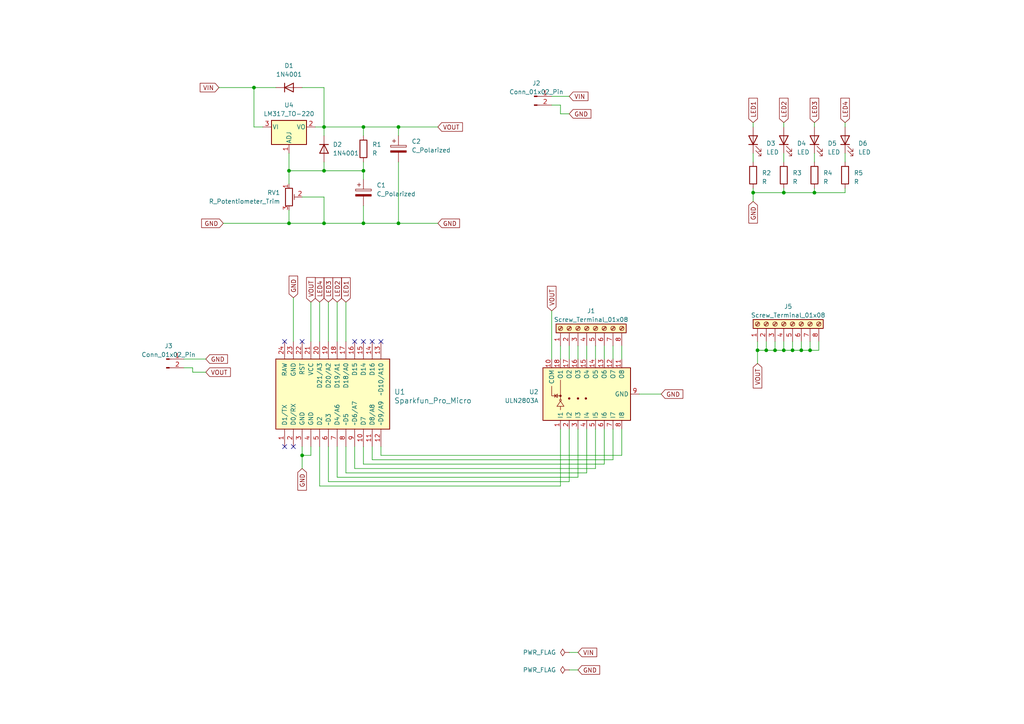
<source format=kicad_sch>
(kicad_sch (version 20230121) (generator eeschema)
  (paper "A4")
  (lib_symbols
    (symbol "Arduino:Sparkfun_Pro_Micro" (pin_names (offset 1.016))
      (property "Reference" "U" (at -8.89 21.59 0))
      (property "Value" "Sparkfun_Pro_Micro" (at 0 19.05 0))
      (symbol "Sparkfun_Pro_Micro_0_1"
        (rectangle (start -10.16 17.78) (end 10.16 -15.24) (stroke (width 0.254)) (fill (type background)))
      )
      (symbol "Sparkfun_Pro_Micro_1_1"
        (pin bidirectional line (at -15.24 15.24 0) (length 5.08) (name "D1/TX") (number "1"))
        (pin bidirectional line (at -15.24 -7.62 0) (length 5.08) (name "D7") (number "10"))
        (pin bidirectional line (at -15.24 -10.16 0) (length 5.08) (name "D8/A8") (number "11"))
        (pin bidirectional line (at -15.24 -12.7 0) (length 5.08) (name "~D9/A9") (number "12"))
        (pin bidirectional line (at 15.24 -12.7 180) (length 5.08) (name "~D10/A10") (number "13"))
        (pin bidirectional line (at 15.24 -10.16 180) (length 5.08) (name "D16") (number "14"))
        (pin bidirectional line (at 15.24 -7.62 180) (length 5.08) (name "D14") (number "15"))
        (pin bidirectional line (at 15.24 -5.08 180) (length 5.08) (name "D15") (number "16"))
        (pin bidirectional line (at 15.24 -2.54 180) (length 5.08) (name "D18/A0") (number "17"))
        (pin bidirectional line (at 15.24 0 180) (length 5.08) (name "D19/A1") (number "18"))
        (pin bidirectional line (at 15.24 2.54 180) (length 5.08) (name "D20/A2") (number "19"))
        (pin bidirectional line (at -15.24 12.7 0) (length 5.08) (name "D0/RX") (number "2"))
        (pin bidirectional line (at 15.24 5.08 180) (length 5.08) (name "D21/A3") (number "20"))
        (pin power_in line (at 15.24 7.62 180) (length 5.08) (name "VCC") (number "21"))
        (pin input line (at 15.24 10.16 180) (length 5.08) (name "RST") (number "22"))
        (pin power_in line (at 15.24 12.7 180) (length 5.08) (name "GND") (number "23"))
        (pin power_in line (at 15.24 15.24 180) (length 5.08) (name "RAW") (number "24"))
        (pin power_in line (at -15.24 10.16 0) (length 5.08) (name "GND") (number "3"))
        (pin power_in line (at -15.24 7.62 0) (length 5.08) (name "GND") (number "4"))
        (pin bidirectional line (at -15.24 5.08 0) (length 5.08) (name "D2") (number "5"))
        (pin bidirectional line (at -15.24 2.54 0) (length 5.08) (name "~D3") (number "6"))
        (pin bidirectional line (at -15.24 0 0) (length 5.08) (name "D4/A6") (number "7"))
        (pin bidirectional line (at -15.24 -2.54 0) (length 5.08) (name "~D5") (number "8"))
        (pin bidirectional line (at -15.24 -5.08 0) (length 5.08) (name "~D6/A7") (number "9"))
      )
    )
    (symbol "Connector:Conn_01x02_Pin" (pin_names (offset 1.016) hide)
      (property "Reference" "J" (at 0 2.54 0))
      (property "Value" "Conn_01x02_Pin" (at 0 -5.08 0))
      (symbol "Conn_01x02_Pin_1_1"
        (polyline (pts (xy 1.27 -2.54) (xy 0.8636 -2.54)) (stroke (width 0.1524)))
        (polyline (pts (xy 1.27 0) (xy 0.8636 0)) (stroke (width 0.1524)))
        (rectangle (start 0.8636 -2.413) (end 0 -2.667) (stroke (width 0.1524)) (fill (type outline)))
        (rectangle (start 0.8636 0.127) (end 0 -0.127) (stroke (width 0.1524)) (fill (type outline)))
        (pin passive line (at 5.08 0 180) (length 3.81) (name "Pin_1") (number "1"))
        (pin passive line (at 5.08 -2.54 180) (length 3.81) (name "Pin_2") (number "2"))
      )
    )
    (symbol "Connector:Screw_Terminal_01x08" (pin_names (offset 1.016) hide)
      (property "Reference" "J" (at 0 10.16 0))
      (property "Value" "Screw_Terminal_01x08" (at 0 -12.7 0))
      (symbol "Screw_Terminal_01x08_1_1"
        (rectangle (start -1.27 8.89) (end 1.27 -11.43) (stroke (width 0.254)) (fill (type background)))
        (circle (center 0 -10.16) (radius 0.635) (stroke (width 0.1524)))
        (circle (center 0 -7.62) (radius 0.635) (stroke (width 0.1524)))
        (circle (center 0 -5.08) (radius 0.635) (stroke (width 0.1524)))
        (circle (center 0 -2.54) (radius 0.635) (stroke (width 0.1524)))
        (polyline (pts (xy -0.5334 -9.8298) (xy 0.3302 -10.668)) (stroke (width 0.1524)))
        (polyline (pts (xy -0.5334 -7.2898) (xy 0.3302 -8.128)) (stroke (width 0.1524)))
        (polyline (pts (xy -0.5334 -4.7498) (xy 0.3302 -5.588)) (stroke (width 0.1524)))
        (polyline (pts (xy -0.5334 -2.2098) (xy 0.3302 -3.048)) (stroke (width 0.1524)))
        (polyline (pts (xy -0.5334 0.3302) (xy 0.3302 -0.508)) (stroke (width 0.1524)))
        (polyline (pts (xy -0.5334 2.8702) (xy 0.3302 2.032)) (stroke (width 0.1524)))
        (polyline (pts (xy -0.5334 5.4102) (xy 0.3302 4.572)) (stroke (width 0.1524)))
        (polyline (pts (xy -0.5334 7.9502) (xy 0.3302 7.112)) (stroke (width 0.1524)))
        (polyline (pts (xy -0.3556 -9.652) (xy 0.508 -10.4902)) (stroke (width 0.1524)))
        (polyline (pts (xy -0.3556 -7.112) (xy 0.508 -7.9502)) (stroke (width 0.1524)))
        (polyline (pts (xy -0.3556 -4.572) (xy 0.508 -5.4102)) (stroke (width 0.1524)))
        (polyline (pts (xy -0.3556 -2.032) (xy 0.508 -2.8702)) (stroke (width 0.1524)))
        (polyline (pts (xy -0.3556 0.508) (xy 0.508 -0.3302)) (stroke (width 0.1524)))
        (polyline (pts (xy -0.3556 3.048) (xy 0.508 2.2098)) (stroke (width 0.1524)))
        (polyline (pts (xy -0.3556 5.588) (xy 0.508 4.7498)) (stroke (width 0.1524)))
        (polyline (pts (xy -0.3556 8.128) (xy 0.508 7.2898)) (stroke (width 0.1524)))
        (circle (center 0 0) (radius 0.635) (stroke (width 0.1524)))
        (circle (center 0 2.54) (radius 0.635) (stroke (width 0.1524)))
        (circle (center 0 5.08) (radius 0.635) (stroke (width 0.1524)))
        (circle (center 0 7.62) (radius 0.635) (stroke (width 0.1524)))
        (pin passive line (at -5.08 7.62 0) (length 3.81) (name "Pin_1") (number "1"))
        (pin passive line (at -5.08 5.08 0) (length 3.81) (name "Pin_2") (number "2"))
        (pin passive line (at -5.08 2.54 0) (length 3.81) (name "Pin_3") (number "3"))
        (pin passive line (at -5.08 0 0) (length 3.81) (name "Pin_4") (number "4"))
        (pin passive line (at -5.08 -2.54 0) (length 3.81) (name "Pin_5") (number "5"))
        (pin passive line (at -5.08 -5.08 0) (length 3.81) (name "Pin_6") (number "6"))
        (pin passive line (at -5.08 -7.62 0) (length 3.81) (name "Pin_7") (number "7"))
        (pin passive line (at -5.08 -10.16 0) (length 3.81) (name "Pin_8") (number "8"))
      )
    )
    (symbol "Device:C_Polarized" (pin_numbers hide) (pin_names (offset 0.254))
      (property "Reference" "C" (at 0.635 2.54 0))
      (property "Value" "C_Polarized" (at 0.635 -2.54 0))
      (symbol "C_Polarized_0_1"
        (rectangle (start -2.286 0.508) (end 2.286 1.016))
        (polyline (pts (xy -1.778 2.286) (xy -0.762 2.286)))
        (polyline (pts (xy -1.27 2.794) (xy -1.27 1.778)))
        (rectangle (start 2.286 -0.508) (end -2.286 -1.016) (fill (type outline)))
      )
      (symbol "C_Polarized_1_1"
        (pin passive line (at 0 3.81 270) (length 2.794) (name "~") (number "1"))
        (pin passive line (at 0 -3.81 90) (length 2.794) (name "~") (number "2"))
      )
    )
    (symbol "Device:LED" (pin_numbers hide) (pin_names (offset 1.016) hide)
      (property "Reference" "D" (at 0 2.54 0))
      (property "Value" "LED" (at 0 -2.54 0))
      (symbol "LED_0_1"
        (polyline (pts (xy -1.27 -1.27) (xy -1.27 1.27)) (stroke (width 0.254)))
        (polyline (pts (xy -1.27 0) (xy 1.27 0)))
        (polyline (pts (xy 1.27 -1.27) (xy 1.27 1.27) (xy -1.27 0) (xy 1.27 -1.27)) (stroke (width 0.254)))
        (polyline (pts (xy -3.048 -0.762) (xy -4.572 -2.286) (xy -3.81 -2.286) (xy -4.572 -2.286) (xy -4.572 -1.524)))
        (polyline (pts (xy -1.778 -0.762) (xy -3.302 -2.286) (xy -2.54 -2.286) (xy -3.302 -2.286) (xy -3.302 -1.524)))
      )
      (symbol "LED_1_1"
        (pin passive line (at -3.81 0 0) (length 2.54) (name "K") (number "1"))
        (pin passive line (at 3.81 0 180) (length 2.54) (name "A") (number "2"))
      )
    )
    (symbol "Device:R" (pin_numbers hide) (pin_names (offset 0))
      (property "Reference" "R" (at 2.032 0 90))
      (property "Value" "R" (at 0 0 90))
      (symbol "R_0_1"
        (rectangle (start -1.016 -2.54) (end 1.016 2.54) (stroke (width 0.254)))
      )
      (symbol "R_1_1"
        (pin passive line (at 0 3.81 270) (length 1.27) (name "~") (number "1"))
        (pin passive line (at 0 -3.81 90) (length 1.27) (name "~") (number "2"))
      )
    )
    (symbol "Device:R_Potentiometer_Trim" (pin_names (offset 1.016) hide)
      (property "Reference" "RV" (at -4.445 0 90))
      (property "Value" "R_Potentiometer_Trim" (at -2.54 0 90))
      (symbol "R_Potentiometer_Trim_0_1"
        (polyline (pts (xy 1.524 0.762) (xy 1.524 -0.762)))
        (polyline (pts (xy 2.54 0) (xy 1.524 0)))
        (rectangle (start 1.016 2.54) (end -1.016 -2.54) (stroke (width 0.254)))
      )
      (symbol "R_Potentiometer_Trim_1_1"
        (pin passive line (at 0 3.81 270) (length 1.27) (name "1") (number "1"))
        (pin passive line (at 3.81 0 180) (length 1.27) (name "2") (number "2"))
        (pin passive line (at 0 -3.81 90) (length 1.27) (name "3") (number "3"))
      )
    )
    (symbol "Diode:1N4001" (pin_numbers hide) (pin_names hide)
      (property "Reference" "D" (at 0 2.54 0))
      (property "Value" "1N4001" (at 0 -2.54 0))
      (symbol "1N4001_0_1"
        (polyline (pts (xy -1.27 1.27) (xy -1.27 -1.27)) (stroke (width 0.254)))
        (polyline (pts (xy 1.27 0) (xy -1.27 0)))
        (polyline (pts (xy 1.27 1.27) (xy 1.27 -1.27) (xy -1.27 0) (xy 1.27 1.27)) (stroke (width 0.254)))
      )
      (symbol "1N4001_1_1"
        (pin passive line (at -3.81 0 0) (length 2.54) (name "K") (number "1"))
        (pin passive line (at 3.81 0 180) (length 2.54) (name "A") (number "2"))
      )
    )
    (symbol "Regulator_Linear:LM317_TO-220" (pin_names (offset 0.254))
      (property "Reference" "U" (at -3.81 3.175 0))
      (property "Value" "LM317_TO-220" (at 0 3.175 0))
      (symbol "LM317_TO-220_0_1"
        (rectangle (start -5.08 1.905) (end 5.08 -5.08) (stroke (width 0.254)) (fill (type background)))
      )
      (symbol "LM317_TO-220_1_1"
        (pin input line (at 0 -7.62 90) (length 2.54) (name "ADJ") (number "1"))
        (pin power_out line (at 7.62 0 180) (length 2.54) (name "VO") (number "2"))
        (pin power_in line (at -7.62 0 0) (length 2.54) (name "VI") (number "3"))
      )
    )
    (symbol "Transistor_Array:ULN2803A"
      (property "Reference" "U" (at 0 13.335 0))
      (property "Value" "ULN2803A" (at 0 11.43 0))
      (symbol "ULN2803A_0_1"
        (rectangle (start -7.62 -15.24) (end 7.62 10.16) (stroke (width 0.254)) (fill (type background)))
        (circle (center -1.778 5.08) (radius 0.254))
        (circle (center -1.27 -2.286) (radius 0.254) (fill (type outline)))
        (circle (center -1.27 0) (radius 0.254) (fill (type outline)))
        (circle (center -1.27 2.54) (radius 0.254) (fill (type outline)))
        (circle (center -0.508 5.08) (radius 0.254) (fill (type outline)))
        (polyline (pts (xy -4.572 5.08) (xy -3.556 5.08)))
        (polyline (pts (xy -1.524 5.08) (xy 4.064 5.08)))
        (polyline (pts (xy 0 6.731) (xy -1.016 6.731)))
        (polyline (pts (xy -0.508 5.08) (xy -0.508 7.62) (xy 2.286 7.62)))
        (polyline (pts (xy -3.556 6.096) (xy -3.556 4.064) (xy -2.032 5.08) (xy -3.556 6.096)))
        (polyline (pts (xy 0 5.969) (xy -1.016 5.969) (xy -0.508 6.731) (xy 0 5.969)))
      )
      (symbol "ULN2803A_1_1"
        (pin input line (at -10.16 5.08 0) (length 2.54) (name "I1") (number "1"))
        (pin passive line (at 10.16 7.62 180) (length 2.54) (name "COM") (number "10"))
        (pin open_collector line (at 10.16 -12.7 180) (length 2.54) (name "O8") (number "11"))
        (pin open_collector line (at 10.16 -10.16 180) (length 2.54) (name "O7") (number "12"))
        (pin open_collector line (at 10.16 -7.62 180) (length 2.54) (name "O6") (number "13"))
        (pin open_collector line (at 10.16 -5.08 180) (length 2.54) (name "O5") (number "14"))
        (pin open_collector line (at 10.16 -2.54 180) (length 2.54) (name "O4") (number "15"))
        (pin open_collector line (at 10.16 0 180) (length 2.54) (name "O3") (number "16"))
        (pin open_collector line (at 10.16 2.54 180) (length 2.54) (name "O2") (number "17"))
        (pin open_collector line (at 10.16 5.08 180) (length 2.54) (name "O1") (number "18"))
        (pin input line (at -10.16 2.54 0) (length 2.54) (name "I2") (number "2"))
        (pin input line (at -10.16 0 0) (length 2.54) (name "I3") (number "3"))
        (pin input line (at -10.16 -2.54 0) (length 2.54) (name "I4") (number "4"))
        (pin input line (at -10.16 -5.08 0) (length 2.54) (name "I5") (number "5"))
        (pin input line (at -10.16 -7.62 0) (length 2.54) (name "I6") (number "6"))
        (pin input line (at -10.16 -10.16 0) (length 2.54) (name "I7") (number "7"))
        (pin input line (at -10.16 -12.7 0) (length 2.54) (name "I8") (number "8"))
        (pin power_in line (at 0 -17.78 90) (length 2.54) (name "GND") (number "9"))
      )
    )
    (symbol "power:PWR_FLAG" (power) (pin_numbers hide) (pin_names (offset 0) hide)
      (property "Value" "PWR_FLAG" (at 0 3.81 0))
      (symbol "PWR_FLAG_0_0"
        (pin power_out line (at 0 0 90) (length 0) (name "pwr") (number "1"))
      )
      (symbol "PWR_FLAG_0_1"
        (polyline (pts (xy 0 0) (xy 0 1.27) (xy -1.016 1.905) (xy 0 2.54) (xy 1.016 1.905) (xy 0 1.27)))
      )
    )
  )
  (junction (at 93.98 49.53))
  (junction (at 105.41 49.53))
  (junction (at 218.44 55.88))
  (junction (at 83.82 49.53))
  (junction (at 229.87 101.6))
  (junction (at 224.79 101.6))
  (junction (at 227.33 55.88))
  (junction (at 115.57 64.77))
  (junction (at 236.22 55.88))
  (junction (at 115.57 36.83))
  (junction (at 93.98 36.83))
  (junction (at 93.98 64.77))
  (junction (at 105.41 64.77))
  (junction (at 83.82 64.77))
  (junction (at 105.41 36.83))
  (junction (at 219.71 101.6))
  (junction (at 234.95 101.6))
  (junction (at 87.63 132.08))
  (junction (at 222.25 101.6))
  (junction (at 227.33 101.6))
  (junction (at 232.41 101.6))
  (junction (at 73.66 25.4))
  (no_connect (at 82.55 129.54))
  (no_connect (at 110.49 99.06))
  (no_connect (at 105.41 99.06))
  (no_connect (at 107.95 99.06))
  (no_connect (at 87.63 99.06))
  (no_connect (at 82.55 99.06))
  (no_connect (at 85.09 129.54))
  (no_connect (at 102.87 99.06))
  (wire (pts (xy 93.98 57.15) (xy 93.98 64.77)))
  (wire (pts (xy 165.1 139.7) (xy 165.1 124.46)))
  (wire (pts (xy 160.02 30.48) (xy 162.56 30.48)))
  (wire (pts (xy 83.82 49.53) (xy 83.82 53.34)))
  (wire (pts (xy 218.44 55.88) (xy 218.44 58.42)))
  (wire (pts (xy 93.98 46.99) (xy 93.98 49.53)))
  (wire (pts (xy 165.1 100.33) (xy 165.1 104.14)))
  (wire (pts (xy 219.71 101.6) (xy 222.25 101.6)))
  (wire (pts (xy 115.57 64.77) (xy 127 64.77)))
  (wire (pts (xy 105.41 36.83) (xy 105.41 39.37)))
  (wire (pts (xy 160.02 90.17) (xy 160.02 104.14)))
  (wire (pts (xy 219.71 99.06) (xy 219.71 101.6)))
  (wire (pts (xy 73.66 36.83) (xy 73.66 25.4)))
  (wire (pts (xy 218.44 44.45) (xy 218.44 46.99)))
  (wire (pts (xy 102.87 129.54) (xy 102.87 135.89)))
  (wire (pts (xy 175.26 100.33) (xy 175.26 104.14)))
  (wire (pts (xy 83.82 64.77) (xy 93.98 64.77)))
  (wire (pts (xy 107.95 133.35) (xy 177.8 133.35)))
  (wire (pts (xy 87.63 25.4) (xy 93.98 25.4)))
  (wire (pts (xy 115.57 64.77) (xy 115.57 46.99)))
  (wire (pts (xy 53.34 106.68) (xy 55.88 106.68)))
  (wire (pts (xy 170.18 137.16) (xy 170.18 124.46)))
  (wire (pts (xy 167.64 100.33) (xy 167.64 104.14)))
  (wire (pts (xy 100.33 87.63) (xy 100.33 99.06)))
  (wire (pts (xy 237.49 99.06) (xy 237.49 101.6)))
  (wire (pts (xy 95.25 87.63) (xy 95.25 99.06)))
  (wire (pts (xy 115.57 36.83) (xy 115.57 39.37)))
  (wire (pts (xy 222.25 101.6) (xy 224.79 101.6)))
  (wire (pts (xy 162.56 30.48) (xy 162.56 33.02)))
  (wire (pts (xy 218.44 35.56) (xy 218.44 36.83)))
  (wire (pts (xy 234.95 99.06) (xy 234.95 101.6)))
  (wire (pts (xy 180.34 100.33) (xy 180.34 104.14)))
  (wire (pts (xy 93.98 49.53) (xy 105.41 49.53)))
  (wire (pts (xy 172.72 135.89) (xy 172.72 124.46)))
  (wire (pts (xy 93.98 49.53) (xy 83.82 49.53)))
  (wire (pts (xy 245.11 35.56) (xy 245.11 36.83)))
  (wire (pts (xy 218.44 54.61) (xy 218.44 55.88)))
  (wire (pts (xy 218.44 55.88) (xy 227.33 55.88)))
  (wire (pts (xy 105.41 49.53) (xy 105.41 52.07)))
  (wire (pts (xy 97.79 87.63) (xy 97.79 99.06)))
  (wire (pts (xy 93.98 57.15) (xy 87.63 57.15)))
  (wire (pts (xy 73.66 36.83) (xy 76.2 36.83)))
  (wire (pts (xy 227.33 35.56) (xy 227.33 36.83)))
  (wire (pts (xy 90.17 129.54) (xy 90.17 132.08)))
  (wire (pts (xy 165.1 194.31) (xy 167.64 194.31)))
  (wire (pts (xy 95.25 129.54) (xy 95.25 139.7)))
  (wire (pts (xy 55.88 107.95) (xy 59.69 107.95)))
  (wire (pts (xy 245.11 55.88) (xy 245.11 54.61)))
  (wire (pts (xy 100.33 129.54) (xy 100.33 137.16)))
  (wire (pts (xy 227.33 101.6) (xy 224.79 101.6)))
  (wire (pts (xy 162.56 33.02) (xy 165.1 33.02)))
  (wire (pts (xy 97.79 138.43) (xy 167.64 138.43)))
  (wire (pts (xy 227.33 44.45) (xy 227.33 46.99)))
  (wire (pts (xy 105.41 49.53) (xy 105.41 46.99)))
  (wire (pts (xy 87.63 132.08) (xy 90.17 132.08)))
  (wire (pts (xy 177.8 133.35) (xy 177.8 124.46)))
  (wire (pts (xy 105.41 64.77) (xy 115.57 64.77)))
  (wire (pts (xy 229.87 99.06) (xy 229.87 101.6)))
  (wire (pts (xy 165.1 189.23) (xy 167.64 189.23)))
  (wire (pts (xy 53.34 104.14) (xy 59.69 104.14)))
  (wire (pts (xy 236.22 55.88) (xy 245.11 55.88)))
  (wire (pts (xy 105.41 64.77) (xy 105.41 59.69)))
  (wire (pts (xy 160.02 27.94) (xy 165.1 27.94)))
  (wire (pts (xy 115.57 36.83) (xy 127 36.83)))
  (wire (pts (xy 222.25 99.06) (xy 222.25 101.6)))
  (wire (pts (xy 97.79 129.54) (xy 97.79 138.43)))
  (wire (pts (xy 227.33 54.61) (xy 227.33 55.88)))
  (wire (pts (xy 162.56 140.97) (xy 162.56 124.46)))
  (wire (pts (xy 87.63 132.08) (xy 87.63 135.89)))
  (wire (pts (xy 224.79 99.06) (xy 224.79 101.6)))
  (wire (pts (xy 234.95 101.6) (xy 232.41 101.6)))
  (wire (pts (xy 83.82 64.77) (xy 83.82 60.96)))
  (wire (pts (xy 232.41 99.06) (xy 232.41 101.6)))
  (wire (pts (xy 85.09 86.36) (xy 85.09 99.06)))
  (wire (pts (xy 64.77 64.77) (xy 83.82 64.77)))
  (wire (pts (xy 245.11 44.45) (xy 245.11 46.99)))
  (wire (pts (xy 175.26 134.62) (xy 175.26 124.46)))
  (wire (pts (xy 185.42 114.3) (xy 191.77 114.3)))
  (wire (pts (xy 232.41 101.6) (xy 229.87 101.6)))
  (wire (pts (xy 219.71 101.6) (xy 219.71 105.41)))
  (wire (pts (xy 237.49 101.6) (xy 234.95 101.6)))
  (wire (pts (xy 83.82 44.45) (xy 83.82 49.53)))
  (wire (pts (xy 105.41 129.54) (xy 105.41 134.62)))
  (wire (pts (xy 95.25 139.7) (xy 165.1 139.7)))
  (wire (pts (xy 102.87 135.89) (xy 172.72 135.89)))
  (wire (pts (xy 87.63 129.54) (xy 87.63 132.08)))
  (wire (pts (xy 105.41 134.62) (xy 175.26 134.62)))
  (wire (pts (xy 177.8 100.33) (xy 177.8 104.14)))
  (wire (pts (xy 227.33 55.88) (xy 236.22 55.88)))
  (wire (pts (xy 180.34 124.46) (xy 180.34 132.08)))
  (wire (pts (xy 93.98 64.77) (xy 105.41 64.77)))
  (wire (pts (xy 172.72 100.33) (xy 172.72 104.14)))
  (wire (pts (xy 55.88 106.68) (xy 55.88 107.95)))
  (wire (pts (xy 73.66 25.4) (xy 80.01 25.4)))
  (wire (pts (xy 229.87 101.6) (xy 227.33 101.6)))
  (wire (pts (xy 63.5 25.4) (xy 73.66 25.4)))
  (wire (pts (xy 100.33 137.16) (xy 170.18 137.16)))
  (wire (pts (xy 110.49 129.54) (xy 110.49 132.08)))
  (wire (pts (xy 92.71 87.63) (xy 92.71 99.06)))
  (wire (pts (xy 93.98 36.83) (xy 93.98 39.37)))
  (wire (pts (xy 110.49 132.08) (xy 180.34 132.08)))
  (wire (pts (xy 170.18 100.33) (xy 170.18 104.14)))
  (wire (pts (xy 236.22 35.56) (xy 236.22 36.83)))
  (wire (pts (xy 167.64 138.43) (xy 167.64 124.46)))
  (wire (pts (xy 105.41 36.83) (xy 115.57 36.83)))
  (wire (pts (xy 107.95 129.54) (xy 107.95 133.35)))
  (wire (pts (xy 93.98 36.83) (xy 105.41 36.83)))
  (wire (pts (xy 236.22 54.61) (xy 236.22 55.88)))
  (wire (pts (xy 227.33 99.06) (xy 227.33 101.6)))
  (wire (pts (xy 92.71 140.97) (xy 162.56 140.97)))
  (wire (pts (xy 91.44 36.83) (xy 93.98 36.83)))
  (wire (pts (xy 92.71 129.54) (xy 92.71 140.97)))
  (wire (pts (xy 90.17 87.63) (xy 90.17 99.06)))
  (wire (pts (xy 162.56 100.33) (xy 162.56 104.14)))
  (wire (pts (xy 236.22 44.45) (xy 236.22 46.99)))
  (wire (pts (xy 93.98 25.4) (xy 93.98 36.83)))
  (global_label "VOUT" (shape input) (at 59.69 107.95 0) (property "Intersheetrefs" "${INTERSHEET_REFS}" (effects hide)))
  (global_label "LED4" (shape input) (at 92.71 87.63 90) (property "Intersheetrefs" "${INTERSHEET_REFS}" (effects hide)))
  (global_label "GND" (shape input) (at 165.1 33.02 0) (property "Intersheetrefs" "${INTERSHEET_REFS}" (effects hide)))
  (global_label "LED4" (shape input) (at 245.11 35.56 90) (property "Intersheetrefs" "${INTERSHEET_REFS}" (effects hide)))
  (global_label "LED2" (shape input) (at 227.33 35.56 90) (property "Intersheetrefs" "${INTERSHEET_REFS}" (effects hide)))
  (global_label "GND" (shape input) (at 85.09 86.36 90) (property "Intersheetrefs" "${INTERSHEET_REFS}" (effects hide)))
  (global_label "LED3" (shape input) (at 236.22 35.56 90) (property "Intersheetrefs" "${INTERSHEET_REFS}" (effects hide)))
  (global_label "VIN" (shape input) (at 63.5 25.4 180) (property "Intersheetrefs" "${INTERSHEET_REFS}" (effects hide)))
  (global_label "VOUT" (shape input) (at 219.71 105.41 270) (property "Intersheetrefs" "${INTERSHEET_REFS}" (effects hide)))
  (global_label "GND" (shape input) (at 191.77 114.3 0) (property "Intersheetrefs" "${INTERSHEET_REFS}" (effects hide)))
  (global_label "VOUT" (shape input) (at 160.02 90.17 90) (property "Intersheetrefs" "${INTERSHEET_REFS}" (effects hide)))
  (global_label "LED1" (shape input) (at 218.44 35.56 90) (property "Intersheetrefs" "${INTERSHEET_REFS}" (effects hide)))
  (global_label "GND" (shape input) (at 167.64 194.31 0) (property "Intersheetrefs" "${INTERSHEET_REFS}" (effects hide)))
  (global_label "VOUT" (shape input) (at 90.17 87.63 90) (property "Intersheetrefs" "${INTERSHEET_REFS}" (effects hide)))
  (global_label "LED2" (shape input) (at 97.79 87.63 90) (property "Intersheetrefs" "${INTERSHEET_REFS}" (effects hide)))
  (global_label "GND" (shape input) (at 87.63 135.89 270) (property "Intersheetrefs" "${INTERSHEET_REFS}" (effects hide)))
  (global_label "LED1" (shape input) (at 100.33 87.63 90) (property "Intersheetrefs" "${INTERSHEET_REFS}" (effects hide)))
  (global_label "VOUT" (shape input) (at 127 36.83 0) (property "Intersheetrefs" "${INTERSHEET_REFS}" (effects hide)))
  (global_label "LED3" (shape input) (at 95.25 87.63 90) (property "Intersheetrefs" "${INTERSHEET_REFS}" (effects hide)))
  (global_label "GND" (shape input) (at 127 64.77 0) (property "Intersheetrefs" "${INTERSHEET_REFS}" (effects hide)))
  (global_label "GND" (shape input) (at 218.44 58.42 270) (property "Intersheetrefs" "${INTERSHEET_REFS}" (effects hide)))
  (global_label "VIN" (shape input) (at 167.64 189.23 0) (property "Intersheetrefs" "${INTERSHEET_REFS}" (effects hide)))
  (global_label "GND" (shape input) (at 64.77 64.77 180) (property "Intersheetrefs" "${INTERSHEET_REFS}" (effects hide)))
  (global_label "VIN" (shape input) (at 165.1 27.94 0) (property "Intersheetrefs" "${INTERSHEET_REFS}" (effects hide)))
  (global_label "GND" (shape input) (at 59.69 104.14 0) (property "Intersheetrefs" "${INTERSHEET_REFS}" (effects hide)))
  (symbol (lib_id "Connector:Conn_01x02_Pin") (at 48.26 104.14 0) (unit 1)
    (property "Reference" "J3" (at 48.895 100.33 0))
    (property "Value" "Conn_01x02_Pin" (at 48.895 102.87 0))
    (property "Footprint" "Connector_PinHeader_2.54mm:PinHeader_1x02_P2.54mm_Vertical" (effects hide))
  )
  (symbol (lib_id "Device:R") (at 105.41 43.18 0) (unit 1)
    (property "Reference" "R1" (at 107.95 41.9099 0) (effects (justify left)))
    (property "Value" "R" (at 107.95 44.4499 0) (effects (justify left)))
    (property "Footprint" "Resistor_THT:R_Axial_DIN0207_L6.3mm_D2.5mm_P10.16mm_Horizontal" (effects hide))
  )
  (symbol (lib_id "Transistor_Array:ULN2803A") (at 167.64 114.3 90) (unit 1)
    (property "Reference" "U2" (at 156.21 113.665 90) (effects (justify left)))
    (property "Value" "ULN2803A" (at 156.21 116.205 90) (effects (justify left)))
    (property "Footprint" "Package_DIP:DIP-18_W7.62mm_Socket" (effects hide))
    (property "Datasheet" "http://www.ti.com/lit/ds/symlink/uln2803a.pdf" (effects hide))
  )
  (symbol (lib_id "power:PWR_FLAG") (at 165.1 189.23 90) (unit 1)
    (property "Reference" "#FLG01" (effects hide))
    (property "Value" "PWR_FLAG" (at 161.29 189.23 90) (effects (justify left)))
  )
  (symbol (lib_id "Device:C_Polarized") (at 115.57 43.18 0) (unit 1)
    (property "Reference" "C2" (at 119.38 41.0209 0) (effects (justify left)))
    (property "Value" "C_Polarized" (at 119.38 43.5609 0) (effects (justify left)))
    (property "Footprint" "Capacitor_THT:CP_Radial_D10.0mm_P2.50mm" (effects hide))
  )
  (symbol (lib_id "power:PWR_FLAG") (at 165.1 194.31 90) (unit 1)
    (property "Reference" "#FLG02" (effects hide))
    (property "Value" "PWR_FLAG" (at 161.29 194.31 90) (effects (justify left)))
  )
  (symbol (lib_id "Connector:Screw_Terminal_01x08") (at 170.18 95.25 90) (unit 1)
    (property "Reference" "J1" (at 171.45 90.17 90))
    (property "Value" "Screw_Terminal_01x08" (at 171.45 92.71 90))
    (property "Footprint" "TerminalBlock_Phoenix:TerminalBlock_Phoenix_PT-1,5-8-3.5-H_1x08_P3.50mm_Horizontal" (effects hide))
  )
  (symbol (lib_id "Diode:1N4001") (at 93.98 43.18 270) (unit 1)
    (property "Reference" "D2" (at 96.52 41.9099 90) (effects (justify left)))
    (property "Value" "1N4001" (at 96.52 44.4499 90) (effects (justify left)))
    (property "Footprint" "Diode_THT:D_DO-41_SOD81_P10.16mm_Horizontal" (effects hide))
    (property "Datasheet" "http://www.vishay.com/docs/88503/1n4001.pdf" (effects hide))
  )
  (symbol (lib_id "Device:C_Polarized") (at 105.41 55.88 0) (unit 1)
    (property "Reference" "C1" (at 109.22 53.7209 0) (effects (justify left)))
    (property "Value" "C_Polarized" (at 109.22 56.2609 0) (effects (justify left)))
    (property "Footprint" "Capacitor_THT:CP_Radial_D7.5mm_P2.50mm" (effects hide))
  )
  (symbol (lib_id "Device:R") (at 218.44 50.8 0) (unit 1)
    (property "Reference" "R2" (at 220.98 50.165 0) (effects (justify left)))
    (property "Value" "R" (at 220.98 52.705 0) (effects (justify left)))
    (property "Footprint" "Resistor_THT:R_Axial_DIN0207_L6.3mm_D2.5mm_P10.16mm_Horizontal" (effects hide))
  )
  (symbol (lib_id "Device:R") (at 236.22 50.8 0) (unit 1)
    (property "Reference" "R4" (at 238.76 50.165 0) (effects (justify left)))
    (property "Value" "R" (at 238.76 52.705 0) (effects (justify left)))
    (property "Footprint" "Resistor_THT:R_Axial_DIN0207_L6.3mm_D2.5mm_P10.16mm_Horizontal" (effects hide))
  )
  (symbol (lib_id "Device:R") (at 227.33 50.8 0) (unit 1)
    (property "Reference" "R3" (at 229.87 50.165 0) (effects (justify left)))
    (property "Value" "R" (at 229.87 52.705 0) (effects (justify left)))
    (property "Footprint" "Resistor_THT:R_Axial_DIN0207_L6.3mm_D2.5mm_P10.16mm_Horizontal" (effects hide))
  )
  (symbol (lib_id "Regulator_Linear:LM317_TO-220") (at 83.82 36.83 0) (unit 1)
    (property "Reference" "U4" (at 83.82 30.48 0))
    (property "Value" "LM317_TO-220" (at 83.82 33.02 0))
    (property "Footprint" "Package_TO_SOT_THT:TO-220-3_Vertical" (effects hide))
    (property "Datasheet" "http://www.ti.com/lit/ds/symlink/lm317.pdf" (effects hide))
  )
  (symbol (lib_id "Device:R_Potentiometer_Trim") (at 83.82 57.15 0) (unit 1)
    (property "Reference" "RV1" (at 81.28 55.8799 0) (effects (justify right)))
    (property "Value" "R_Potentiometer_Trim" (at 81.28 58.4199 0) (effects (justify right)))
    (property "Footprint" "Potentiometer_THT:Potentiometer_Bourns_3299W_Vertical" (effects hide))
  )
  (symbol (lib_id "Device:R") (at 245.11 50.8 0) (unit 1)
    (property "Reference" "R5" (at 247.65 50.165 0) (effects (justify left)))
    (property "Value" "R" (at 247.65 52.705 0) (effects (justify left)))
    (property "Footprint" "Resistor_THT:R_Axial_DIN0207_L6.3mm_D2.5mm_P10.16mm_Horizontal" (effects hide))
  )
  (symbol (lib_id "Connector:Screw_Terminal_01x08") (at 227.33 93.98 90) (unit 1)
    (property "Reference" "J5" (at 228.6 88.9 90))
    (property "Value" "Screw_Terminal_01x08" (at 228.6 91.44 90))
    (property "Footprint" "TerminalBlock_Phoenix:TerminalBlock_Phoenix_PT-1,5-8-3.5-H_1x08_P3.50mm_Horizontal" (effects hide))
  )
  (symbol (lib_id "Device:LED") (at 218.44 40.64 90) (unit 1)
    (property "Reference" "D3" (at 222.25 41.5925 90) (effects (justify right)))
    (property "Value" "LED" (at 222.25 44.1325 90) (effects (justify right)))
    (property "Footprint" "LED_THT:LED_D5.0mm" (effects hide))
  )
  (symbol (lib_id "Connector:Conn_01x02_Pin") (at 154.94 27.94 0) (unit 1)
    (property "Reference" "J2" (at 155.575 24.13 0))
    (property "Value" "Conn_01x02_Pin" (at 155.575 26.67 0))
    (property "Footprint" "Connector_PinHeader_2.54mm:PinHeader_1x02_P2.54mm_Vertical" (effects hide))
  )
  (symbol (lib_id "Diode:1N4001") (at 83.82 25.4 0) (unit 1)
    (property "Reference" "D1" (at 83.82 19.05 0))
    (property "Value" "1N4001" (at 83.82 21.59 0))
    (property "Footprint" "Diode_THT:D_DO-41_SOD81_P10.16mm_Horizontal" (effects hide))
    (property "Datasheet" "http://www.vishay.com/docs/88503/1n4001.pdf" (effects hide))
  )
  (symbol (lib_id "Device:LED") (at 245.11 40.64 90) (unit 1)
    (property "Reference" "D6" (at 248.92 41.5925 90) (effects (justify right)))
    (property "Value" "LED" (at 248.92 44.1325 90) (effects (justify right)))
    (property "Footprint" "LED_THT:LED_D5.0mm" (effects hide))
  )
  (symbol (lib_id "Device:LED") (at 227.33 40.64 90) (unit 1)
    (property "Reference" "D4" (at 231.14 41.5925 90) (effects (justify right)))
    (property "Value" "LED" (at 231.14 44.1325 90) (effects (justify right)))
    (property "Footprint" "LED_THT:LED_D5.0mm" (effects hide))
  )
  (symbol (lib_id "Arduino:Sparkfun_Pro_Micro") (at 97.79 114.3 90) (unit 1)
    (property "Reference" "U1" (at 114.3 113.665 90) (effects (font (size 1.524 1.524)) (justify right)))
    (property "Value" "Sparkfun_Pro_Micro" (at 114.3 116.205 90) (effects (font (size 1.524 1.524)) (justify right)))
    (property "Footprint" "Arduino:Sparkfun_Pro_Micro" (effects hide))
    (property "Datasheet" "https://www.sparkfun.com/products/12640" (effects hide))
  )
  (symbol (lib_id "Device:LED") (at 236.22 40.64 90) (unit 1)
    (property "Reference" "D5" (at 240.03 41.5925 90) (effects (justify right)))
    (property "Value" "LED" (at 240.03 44.1325 90) (effects (justify right)))
    (property "Footprint" "LED_THT:LED_D5.0mm" (effects hide))
  )
)
</source>
